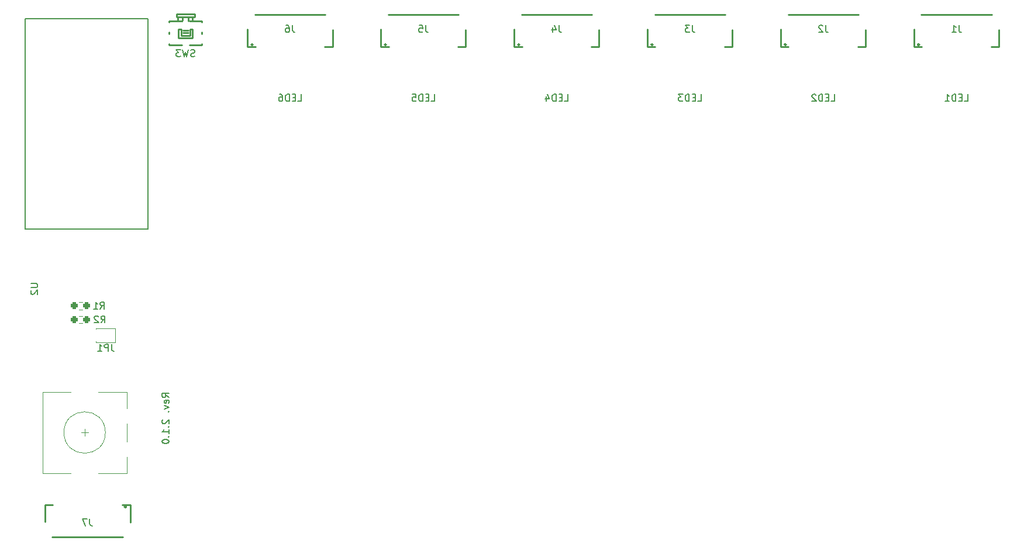
<source format=gbo>
G04 #@! TF.GenerationSoftware,KiCad,Pcbnew,8.0.1-8.0.1-1~ubuntu22.04.1*
G04 #@! TF.CreationDate,2024-05-02T22:11:02-07:00*
G04 #@! TF.ProjectId,Seismos_5CoreR,53656973-6d6f-4735-9f35-436f7265522e,rev?*
G04 #@! TF.SameCoordinates,Original*
G04 #@! TF.FileFunction,Legend,Bot*
G04 #@! TF.FilePolarity,Positive*
%FSLAX46Y46*%
G04 Gerber Fmt 4.6, Leading zero omitted, Abs format (unit mm)*
G04 Created by KiCad (PCBNEW 8.0.1-8.0.1-1~ubuntu22.04.1) date 2024-05-02 22:11:02*
%MOMM*%
%LPD*%
G01*
G04 APERTURE LIST*
G04 Aperture macros list*
%AMRoundRect*
0 Rectangle with rounded corners*
0 $1 Rounding radius*
0 $2 $3 $4 $5 $6 $7 $8 $9 X,Y pos of 4 corners*
0 Add a 4 corners polygon primitive as box body*
4,1,4,$2,$3,$4,$5,$6,$7,$8,$9,$2,$3,0*
0 Add four circle primitives for the rounded corners*
1,1,$1+$1,$2,$3*
1,1,$1+$1,$4,$5*
1,1,$1+$1,$6,$7*
1,1,$1+$1,$8,$9*
0 Add four rect primitives between the rounded corners*
20,1,$1+$1,$2,$3,$4,$5,0*
20,1,$1+$1,$4,$5,$6,$7,0*
20,1,$1+$1,$6,$7,$8,$9,0*
20,1,$1+$1,$8,$9,$2,$3,0*%
%AMFreePoly0*
4,1,6,1.000000,0.000000,0.500000,-0.750000,-0.500000,-0.750000,-0.500000,0.750000,0.500000,0.750000,1.000000,0.000000,1.000000,0.000000,$1*%
%AMFreePoly1*
4,1,6,0.500000,-0.750000,-0.650000,-0.750000,-0.150000,0.000000,-0.650000,0.750000,0.500000,0.750000,0.500000,-0.750000,0.500000,-0.750000,$1*%
G04 Aperture macros list end*
%ADD10C,0.150000*%
%ADD11C,0.120000*%
%ADD12C,0.254000*%
%ADD13C,0.250000*%
%ADD14C,3.200000*%
%ADD15C,2.000000*%
%ADD16R,3.200000X2.000000*%
%ADD17C,1.200000*%
%ADD18O,2.500000X1.700000*%
%ADD19R,1.700000X1.700000*%
%ADD20O,1.700000X1.700000*%
%ADD21C,0.900000*%
%ADD22C,1.400000*%
%ADD23C,1.600000*%
%ADD24R,1.600000X1.600000*%
%ADD25R,0.600000X1.700000*%
%ADD26R,1.200000X1.800000*%
%ADD27RoundRect,0.237500X0.250000X0.237500X-0.250000X0.237500X-0.250000X-0.237500X0.250000X-0.237500X0*%
%ADD28FreePoly0,0.000000*%
%ADD29FreePoly1,0.000000*%
%ADD30R,1.550000X1.000000*%
G04 APERTURE END LIST*
D10*
X53319819Y-75876190D02*
X52843628Y-75542857D01*
X53319819Y-75304762D02*
X52319819Y-75304762D01*
X52319819Y-75304762D02*
X52319819Y-75685714D01*
X52319819Y-75685714D02*
X52367438Y-75780952D01*
X52367438Y-75780952D02*
X52415057Y-75828571D01*
X52415057Y-75828571D02*
X52510295Y-75876190D01*
X52510295Y-75876190D02*
X52653152Y-75876190D01*
X52653152Y-75876190D02*
X52748390Y-75828571D01*
X52748390Y-75828571D02*
X52796009Y-75780952D01*
X52796009Y-75780952D02*
X52843628Y-75685714D01*
X52843628Y-75685714D02*
X52843628Y-75304762D01*
X53272200Y-76685714D02*
X53319819Y-76590476D01*
X53319819Y-76590476D02*
X53319819Y-76400000D01*
X53319819Y-76400000D02*
X53272200Y-76304762D01*
X53272200Y-76304762D02*
X53176961Y-76257143D01*
X53176961Y-76257143D02*
X52796009Y-76257143D01*
X52796009Y-76257143D02*
X52700771Y-76304762D01*
X52700771Y-76304762D02*
X52653152Y-76400000D01*
X52653152Y-76400000D02*
X52653152Y-76590476D01*
X52653152Y-76590476D02*
X52700771Y-76685714D01*
X52700771Y-76685714D02*
X52796009Y-76733333D01*
X52796009Y-76733333D02*
X52891247Y-76733333D01*
X52891247Y-76733333D02*
X52986485Y-76257143D01*
X52653152Y-77066667D02*
X53319819Y-77304762D01*
X53319819Y-77304762D02*
X52653152Y-77542857D01*
X53224580Y-77923810D02*
X53272200Y-77971429D01*
X53272200Y-77971429D02*
X53319819Y-77923810D01*
X53319819Y-77923810D02*
X53272200Y-77876191D01*
X53272200Y-77876191D02*
X53224580Y-77923810D01*
X53224580Y-77923810D02*
X53319819Y-77923810D01*
X52415057Y-79114286D02*
X52367438Y-79161905D01*
X52367438Y-79161905D02*
X52319819Y-79257143D01*
X52319819Y-79257143D02*
X52319819Y-79495238D01*
X52319819Y-79495238D02*
X52367438Y-79590476D01*
X52367438Y-79590476D02*
X52415057Y-79638095D01*
X52415057Y-79638095D02*
X52510295Y-79685714D01*
X52510295Y-79685714D02*
X52605533Y-79685714D01*
X52605533Y-79685714D02*
X52748390Y-79638095D01*
X52748390Y-79638095D02*
X53319819Y-79066667D01*
X53319819Y-79066667D02*
X53319819Y-79685714D01*
X53224580Y-80114286D02*
X53272200Y-80161905D01*
X53272200Y-80161905D02*
X53319819Y-80114286D01*
X53319819Y-80114286D02*
X53272200Y-80066667D01*
X53272200Y-80066667D02*
X53224580Y-80114286D01*
X53224580Y-80114286D02*
X53319819Y-80114286D01*
X53319819Y-81114285D02*
X53319819Y-80542857D01*
X53319819Y-80828571D02*
X52319819Y-80828571D01*
X52319819Y-80828571D02*
X52462676Y-80733333D01*
X52462676Y-80733333D02*
X52557914Y-80638095D01*
X52557914Y-80638095D02*
X52605533Y-80542857D01*
X53224580Y-81542857D02*
X53272200Y-81590476D01*
X53272200Y-81590476D02*
X53319819Y-81542857D01*
X53319819Y-81542857D02*
X53272200Y-81495238D01*
X53272200Y-81495238D02*
X53224580Y-81542857D01*
X53224580Y-81542857D02*
X53319819Y-81542857D01*
X52319819Y-82209523D02*
X52319819Y-82304761D01*
X52319819Y-82304761D02*
X52367438Y-82399999D01*
X52367438Y-82399999D02*
X52415057Y-82447618D01*
X52415057Y-82447618D02*
X52510295Y-82495237D01*
X52510295Y-82495237D02*
X52700771Y-82542856D01*
X52700771Y-82542856D02*
X52938866Y-82542856D01*
X52938866Y-82542856D02*
X53129342Y-82495237D01*
X53129342Y-82495237D02*
X53224580Y-82447618D01*
X53224580Y-82447618D02*
X53272200Y-82399999D01*
X53272200Y-82399999D02*
X53319819Y-82304761D01*
X53319819Y-82304761D02*
X53319819Y-82209523D01*
X53319819Y-82209523D02*
X53272200Y-82114285D01*
X53272200Y-82114285D02*
X53224580Y-82066666D01*
X53224580Y-82066666D02*
X53129342Y-82019047D01*
X53129342Y-82019047D02*
X52938866Y-81971428D01*
X52938866Y-81971428D02*
X52700771Y-81971428D01*
X52700771Y-81971428D02*
X52510295Y-82019047D01*
X52510295Y-82019047D02*
X52415057Y-82066666D01*
X52415057Y-82066666D02*
X52367438Y-82114285D01*
X52367438Y-82114285D02*
X52319819Y-82209523D01*
X71969047Y-32954819D02*
X72445237Y-32954819D01*
X72445237Y-32954819D02*
X72445237Y-31954819D01*
X71635713Y-32431009D02*
X71302380Y-32431009D01*
X71159523Y-32954819D02*
X71635713Y-32954819D01*
X71635713Y-32954819D02*
X71635713Y-31954819D01*
X71635713Y-31954819D02*
X71159523Y-31954819D01*
X70730951Y-32954819D02*
X70730951Y-31954819D01*
X70730951Y-31954819D02*
X70492856Y-31954819D01*
X70492856Y-31954819D02*
X70349999Y-32002438D01*
X70349999Y-32002438D02*
X70254761Y-32097676D01*
X70254761Y-32097676D02*
X70207142Y-32192914D01*
X70207142Y-32192914D02*
X70159523Y-32383390D01*
X70159523Y-32383390D02*
X70159523Y-32526247D01*
X70159523Y-32526247D02*
X70207142Y-32716723D01*
X70207142Y-32716723D02*
X70254761Y-32811961D01*
X70254761Y-32811961D02*
X70349999Y-32907200D01*
X70349999Y-32907200D02*
X70492856Y-32954819D01*
X70492856Y-32954819D02*
X70730951Y-32954819D01*
X69302380Y-31954819D02*
X69492856Y-31954819D01*
X69492856Y-31954819D02*
X69588094Y-32002438D01*
X69588094Y-32002438D02*
X69635713Y-32050057D01*
X69635713Y-32050057D02*
X69730951Y-32192914D01*
X69730951Y-32192914D02*
X69778570Y-32383390D01*
X69778570Y-32383390D02*
X69778570Y-32764342D01*
X69778570Y-32764342D02*
X69730951Y-32859580D01*
X69730951Y-32859580D02*
X69683332Y-32907200D01*
X69683332Y-32907200D02*
X69588094Y-32954819D01*
X69588094Y-32954819D02*
X69397618Y-32954819D01*
X69397618Y-32954819D02*
X69302380Y-32907200D01*
X69302380Y-32907200D02*
X69254761Y-32859580D01*
X69254761Y-32859580D02*
X69207142Y-32764342D01*
X69207142Y-32764342D02*
X69207142Y-32526247D01*
X69207142Y-32526247D02*
X69254761Y-32431009D01*
X69254761Y-32431009D02*
X69302380Y-32383390D01*
X69302380Y-32383390D02*
X69397618Y-32335771D01*
X69397618Y-32335771D02*
X69588094Y-32335771D01*
X69588094Y-32335771D02*
X69683332Y-32383390D01*
X69683332Y-32383390D02*
X69730951Y-32431009D01*
X69730951Y-32431009D02*
X69778570Y-32526247D01*
X168469047Y-32954819D02*
X168945237Y-32954819D01*
X168945237Y-32954819D02*
X168945237Y-31954819D01*
X168135713Y-32431009D02*
X167802380Y-32431009D01*
X167659523Y-32954819D02*
X168135713Y-32954819D01*
X168135713Y-32954819D02*
X168135713Y-31954819D01*
X168135713Y-31954819D02*
X167659523Y-31954819D01*
X167230951Y-32954819D02*
X167230951Y-31954819D01*
X167230951Y-31954819D02*
X166992856Y-31954819D01*
X166992856Y-31954819D02*
X166849999Y-32002438D01*
X166849999Y-32002438D02*
X166754761Y-32097676D01*
X166754761Y-32097676D02*
X166707142Y-32192914D01*
X166707142Y-32192914D02*
X166659523Y-32383390D01*
X166659523Y-32383390D02*
X166659523Y-32526247D01*
X166659523Y-32526247D02*
X166707142Y-32716723D01*
X166707142Y-32716723D02*
X166754761Y-32811961D01*
X166754761Y-32811961D02*
X166849999Y-32907200D01*
X166849999Y-32907200D02*
X166992856Y-32954819D01*
X166992856Y-32954819D02*
X167230951Y-32954819D01*
X165707142Y-32954819D02*
X166278570Y-32954819D01*
X165992856Y-32954819D02*
X165992856Y-31954819D01*
X165992856Y-31954819D02*
X166088094Y-32097676D01*
X166088094Y-32097676D02*
X166183332Y-32192914D01*
X166183332Y-32192914D02*
X166278570Y-32240533D01*
X129869047Y-32954819D02*
X130345237Y-32954819D01*
X130345237Y-32954819D02*
X130345237Y-31954819D01*
X129535713Y-32431009D02*
X129202380Y-32431009D01*
X129059523Y-32954819D02*
X129535713Y-32954819D01*
X129535713Y-32954819D02*
X129535713Y-31954819D01*
X129535713Y-31954819D02*
X129059523Y-31954819D01*
X128630951Y-32954819D02*
X128630951Y-31954819D01*
X128630951Y-31954819D02*
X128392856Y-31954819D01*
X128392856Y-31954819D02*
X128249999Y-32002438D01*
X128249999Y-32002438D02*
X128154761Y-32097676D01*
X128154761Y-32097676D02*
X128107142Y-32192914D01*
X128107142Y-32192914D02*
X128059523Y-32383390D01*
X128059523Y-32383390D02*
X128059523Y-32526247D01*
X128059523Y-32526247D02*
X128107142Y-32716723D01*
X128107142Y-32716723D02*
X128154761Y-32811961D01*
X128154761Y-32811961D02*
X128249999Y-32907200D01*
X128249999Y-32907200D02*
X128392856Y-32954819D01*
X128392856Y-32954819D02*
X128630951Y-32954819D01*
X127726189Y-31954819D02*
X127107142Y-31954819D01*
X127107142Y-31954819D02*
X127440475Y-32335771D01*
X127440475Y-32335771D02*
X127297618Y-32335771D01*
X127297618Y-32335771D02*
X127202380Y-32383390D01*
X127202380Y-32383390D02*
X127154761Y-32431009D01*
X127154761Y-32431009D02*
X127107142Y-32526247D01*
X127107142Y-32526247D02*
X127107142Y-32764342D01*
X127107142Y-32764342D02*
X127154761Y-32859580D01*
X127154761Y-32859580D02*
X127202380Y-32907200D01*
X127202380Y-32907200D02*
X127297618Y-32954819D01*
X127297618Y-32954819D02*
X127583332Y-32954819D01*
X127583332Y-32954819D02*
X127678570Y-32907200D01*
X127678570Y-32907200D02*
X127726189Y-32859580D01*
X110569047Y-32954819D02*
X111045237Y-32954819D01*
X111045237Y-32954819D02*
X111045237Y-31954819D01*
X110235713Y-32431009D02*
X109902380Y-32431009D01*
X109759523Y-32954819D02*
X110235713Y-32954819D01*
X110235713Y-32954819D02*
X110235713Y-31954819D01*
X110235713Y-31954819D02*
X109759523Y-31954819D01*
X109330951Y-32954819D02*
X109330951Y-31954819D01*
X109330951Y-31954819D02*
X109092856Y-31954819D01*
X109092856Y-31954819D02*
X108949999Y-32002438D01*
X108949999Y-32002438D02*
X108854761Y-32097676D01*
X108854761Y-32097676D02*
X108807142Y-32192914D01*
X108807142Y-32192914D02*
X108759523Y-32383390D01*
X108759523Y-32383390D02*
X108759523Y-32526247D01*
X108759523Y-32526247D02*
X108807142Y-32716723D01*
X108807142Y-32716723D02*
X108854761Y-32811961D01*
X108854761Y-32811961D02*
X108949999Y-32907200D01*
X108949999Y-32907200D02*
X109092856Y-32954819D01*
X109092856Y-32954819D02*
X109330951Y-32954819D01*
X107902380Y-32288152D02*
X107902380Y-32954819D01*
X108140475Y-31907200D02*
X108378570Y-32621485D01*
X108378570Y-32621485D02*
X107759523Y-32621485D01*
X33307433Y-59363941D02*
X34116956Y-59363941D01*
X34116956Y-59363941D02*
X34212194Y-59411560D01*
X34212194Y-59411560D02*
X34259814Y-59459179D01*
X34259814Y-59459179D02*
X34307433Y-59554417D01*
X34307433Y-59554417D02*
X34307433Y-59744893D01*
X34307433Y-59744893D02*
X34259814Y-59840131D01*
X34259814Y-59840131D02*
X34212194Y-59887750D01*
X34212194Y-59887750D02*
X34116956Y-59935369D01*
X34116956Y-59935369D02*
X33307433Y-59935369D01*
X33402671Y-60363941D02*
X33355052Y-60411560D01*
X33355052Y-60411560D02*
X33307433Y-60506798D01*
X33307433Y-60506798D02*
X33307433Y-60744893D01*
X33307433Y-60744893D02*
X33355052Y-60840131D01*
X33355052Y-60840131D02*
X33402671Y-60887750D01*
X33402671Y-60887750D02*
X33497909Y-60935369D01*
X33497909Y-60935369D02*
X33593147Y-60935369D01*
X33593147Y-60935369D02*
X33736004Y-60887750D01*
X33736004Y-60887750D02*
X34307433Y-60316322D01*
X34307433Y-60316322D02*
X34307433Y-60935369D01*
X149169047Y-32954819D02*
X149645237Y-32954819D01*
X149645237Y-32954819D02*
X149645237Y-31954819D01*
X148835713Y-32431009D02*
X148502380Y-32431009D01*
X148359523Y-32954819D02*
X148835713Y-32954819D01*
X148835713Y-32954819D02*
X148835713Y-31954819D01*
X148835713Y-31954819D02*
X148359523Y-31954819D01*
X147930951Y-32954819D02*
X147930951Y-31954819D01*
X147930951Y-31954819D02*
X147692856Y-31954819D01*
X147692856Y-31954819D02*
X147549999Y-32002438D01*
X147549999Y-32002438D02*
X147454761Y-32097676D01*
X147454761Y-32097676D02*
X147407142Y-32192914D01*
X147407142Y-32192914D02*
X147359523Y-32383390D01*
X147359523Y-32383390D02*
X147359523Y-32526247D01*
X147359523Y-32526247D02*
X147407142Y-32716723D01*
X147407142Y-32716723D02*
X147454761Y-32811961D01*
X147454761Y-32811961D02*
X147549999Y-32907200D01*
X147549999Y-32907200D02*
X147692856Y-32954819D01*
X147692856Y-32954819D02*
X147930951Y-32954819D01*
X146978570Y-32050057D02*
X146930951Y-32002438D01*
X146930951Y-32002438D02*
X146835713Y-31954819D01*
X146835713Y-31954819D02*
X146597618Y-31954819D01*
X146597618Y-31954819D02*
X146502380Y-32002438D01*
X146502380Y-32002438D02*
X146454761Y-32050057D01*
X146454761Y-32050057D02*
X146407142Y-32145295D01*
X146407142Y-32145295D02*
X146407142Y-32240533D01*
X146407142Y-32240533D02*
X146454761Y-32383390D01*
X146454761Y-32383390D02*
X147026189Y-32954819D01*
X147026189Y-32954819D02*
X146407142Y-32954819D01*
X91269047Y-32954819D02*
X91745237Y-32954819D01*
X91745237Y-32954819D02*
X91745237Y-31954819D01*
X90935713Y-32431009D02*
X90602380Y-32431009D01*
X90459523Y-32954819D02*
X90935713Y-32954819D01*
X90935713Y-32954819D02*
X90935713Y-31954819D01*
X90935713Y-31954819D02*
X90459523Y-31954819D01*
X90030951Y-32954819D02*
X90030951Y-31954819D01*
X90030951Y-31954819D02*
X89792856Y-31954819D01*
X89792856Y-31954819D02*
X89649999Y-32002438D01*
X89649999Y-32002438D02*
X89554761Y-32097676D01*
X89554761Y-32097676D02*
X89507142Y-32192914D01*
X89507142Y-32192914D02*
X89459523Y-32383390D01*
X89459523Y-32383390D02*
X89459523Y-32526247D01*
X89459523Y-32526247D02*
X89507142Y-32716723D01*
X89507142Y-32716723D02*
X89554761Y-32811961D01*
X89554761Y-32811961D02*
X89649999Y-32907200D01*
X89649999Y-32907200D02*
X89792856Y-32954819D01*
X89792856Y-32954819D02*
X90030951Y-32954819D01*
X88554761Y-31954819D02*
X89030951Y-31954819D01*
X89030951Y-31954819D02*
X89078570Y-32431009D01*
X89078570Y-32431009D02*
X89030951Y-32383390D01*
X89030951Y-32383390D02*
X88935713Y-32335771D01*
X88935713Y-32335771D02*
X88697618Y-32335771D01*
X88697618Y-32335771D02*
X88602380Y-32383390D01*
X88602380Y-32383390D02*
X88554761Y-32431009D01*
X88554761Y-32431009D02*
X88507142Y-32526247D01*
X88507142Y-32526247D02*
X88507142Y-32764342D01*
X88507142Y-32764342D02*
X88554761Y-32859580D01*
X88554761Y-32859580D02*
X88602380Y-32907200D01*
X88602380Y-32907200D02*
X88697618Y-32954819D01*
X88697618Y-32954819D02*
X88935713Y-32954819D01*
X88935713Y-32954819D02*
X89030951Y-32907200D01*
X89030951Y-32907200D02*
X89078570Y-32859580D01*
X71183333Y-21954819D02*
X71183333Y-22669104D01*
X71183333Y-22669104D02*
X71230952Y-22811961D01*
X71230952Y-22811961D02*
X71326190Y-22907200D01*
X71326190Y-22907200D02*
X71469047Y-22954819D01*
X71469047Y-22954819D02*
X71564285Y-22954819D01*
X70278571Y-21954819D02*
X70469047Y-21954819D01*
X70469047Y-21954819D02*
X70564285Y-22002438D01*
X70564285Y-22002438D02*
X70611904Y-22050057D01*
X70611904Y-22050057D02*
X70707142Y-22192914D01*
X70707142Y-22192914D02*
X70754761Y-22383390D01*
X70754761Y-22383390D02*
X70754761Y-22764342D01*
X70754761Y-22764342D02*
X70707142Y-22859580D01*
X70707142Y-22859580D02*
X70659523Y-22907200D01*
X70659523Y-22907200D02*
X70564285Y-22954819D01*
X70564285Y-22954819D02*
X70373809Y-22954819D01*
X70373809Y-22954819D02*
X70278571Y-22907200D01*
X70278571Y-22907200D02*
X70230952Y-22859580D01*
X70230952Y-22859580D02*
X70183333Y-22764342D01*
X70183333Y-22764342D02*
X70183333Y-22526247D01*
X70183333Y-22526247D02*
X70230952Y-22431009D01*
X70230952Y-22431009D02*
X70278571Y-22383390D01*
X70278571Y-22383390D02*
X70373809Y-22335771D01*
X70373809Y-22335771D02*
X70564285Y-22335771D01*
X70564285Y-22335771D02*
X70659523Y-22383390D01*
X70659523Y-22383390D02*
X70707142Y-22431009D01*
X70707142Y-22431009D02*
X70754761Y-22526247D01*
X43466666Y-65054819D02*
X43799999Y-64578628D01*
X44038094Y-65054819D02*
X44038094Y-64054819D01*
X44038094Y-64054819D02*
X43657142Y-64054819D01*
X43657142Y-64054819D02*
X43561904Y-64102438D01*
X43561904Y-64102438D02*
X43514285Y-64150057D01*
X43514285Y-64150057D02*
X43466666Y-64245295D01*
X43466666Y-64245295D02*
X43466666Y-64388152D01*
X43466666Y-64388152D02*
X43514285Y-64483390D01*
X43514285Y-64483390D02*
X43561904Y-64531009D01*
X43561904Y-64531009D02*
X43657142Y-64578628D01*
X43657142Y-64578628D02*
X44038094Y-64578628D01*
X43085713Y-64150057D02*
X43038094Y-64102438D01*
X43038094Y-64102438D02*
X42942856Y-64054819D01*
X42942856Y-64054819D02*
X42704761Y-64054819D01*
X42704761Y-64054819D02*
X42609523Y-64102438D01*
X42609523Y-64102438D02*
X42561904Y-64150057D01*
X42561904Y-64150057D02*
X42514285Y-64245295D01*
X42514285Y-64245295D02*
X42514285Y-64340533D01*
X42514285Y-64340533D02*
X42561904Y-64483390D01*
X42561904Y-64483390D02*
X43133332Y-65054819D01*
X43133332Y-65054819D02*
X42514285Y-65054819D01*
X45008333Y-68154819D02*
X45008333Y-68869104D01*
X45008333Y-68869104D02*
X45055952Y-69011961D01*
X45055952Y-69011961D02*
X45151190Y-69107200D01*
X45151190Y-69107200D02*
X45294047Y-69154819D01*
X45294047Y-69154819D02*
X45389285Y-69154819D01*
X44532142Y-69154819D02*
X44532142Y-68154819D01*
X44532142Y-68154819D02*
X44151190Y-68154819D01*
X44151190Y-68154819D02*
X44055952Y-68202438D01*
X44055952Y-68202438D02*
X44008333Y-68250057D01*
X44008333Y-68250057D02*
X43960714Y-68345295D01*
X43960714Y-68345295D02*
X43960714Y-68488152D01*
X43960714Y-68488152D02*
X44008333Y-68583390D01*
X44008333Y-68583390D02*
X44055952Y-68631009D01*
X44055952Y-68631009D02*
X44151190Y-68678628D01*
X44151190Y-68678628D02*
X44532142Y-68678628D01*
X43008333Y-69154819D02*
X43579761Y-69154819D01*
X43294047Y-69154819D02*
X43294047Y-68154819D01*
X43294047Y-68154819D02*
X43389285Y-68297676D01*
X43389285Y-68297676D02*
X43484523Y-68392914D01*
X43484523Y-68392914D02*
X43579761Y-68440533D01*
X90483333Y-21954819D02*
X90483333Y-22669104D01*
X90483333Y-22669104D02*
X90530952Y-22811961D01*
X90530952Y-22811961D02*
X90626190Y-22907200D01*
X90626190Y-22907200D02*
X90769047Y-22954819D01*
X90769047Y-22954819D02*
X90864285Y-22954819D01*
X89530952Y-21954819D02*
X90007142Y-21954819D01*
X90007142Y-21954819D02*
X90054761Y-22431009D01*
X90054761Y-22431009D02*
X90007142Y-22383390D01*
X90007142Y-22383390D02*
X89911904Y-22335771D01*
X89911904Y-22335771D02*
X89673809Y-22335771D01*
X89673809Y-22335771D02*
X89578571Y-22383390D01*
X89578571Y-22383390D02*
X89530952Y-22431009D01*
X89530952Y-22431009D02*
X89483333Y-22526247D01*
X89483333Y-22526247D02*
X89483333Y-22764342D01*
X89483333Y-22764342D02*
X89530952Y-22859580D01*
X89530952Y-22859580D02*
X89578571Y-22907200D01*
X89578571Y-22907200D02*
X89673809Y-22954819D01*
X89673809Y-22954819D02*
X89911904Y-22954819D01*
X89911904Y-22954819D02*
X90007142Y-22907200D01*
X90007142Y-22907200D02*
X90054761Y-22859580D01*
X43366666Y-63054819D02*
X43699999Y-62578628D01*
X43938094Y-63054819D02*
X43938094Y-62054819D01*
X43938094Y-62054819D02*
X43557142Y-62054819D01*
X43557142Y-62054819D02*
X43461904Y-62102438D01*
X43461904Y-62102438D02*
X43414285Y-62150057D01*
X43414285Y-62150057D02*
X43366666Y-62245295D01*
X43366666Y-62245295D02*
X43366666Y-62388152D01*
X43366666Y-62388152D02*
X43414285Y-62483390D01*
X43414285Y-62483390D02*
X43461904Y-62531009D01*
X43461904Y-62531009D02*
X43557142Y-62578628D01*
X43557142Y-62578628D02*
X43938094Y-62578628D01*
X42414285Y-63054819D02*
X42985713Y-63054819D01*
X42699999Y-63054819D02*
X42699999Y-62054819D01*
X42699999Y-62054819D02*
X42795237Y-62197676D01*
X42795237Y-62197676D02*
X42890475Y-62292914D01*
X42890475Y-62292914D02*
X42985713Y-62340533D01*
X57045832Y-26456700D02*
X56902975Y-26504319D01*
X56902975Y-26504319D02*
X56664880Y-26504319D01*
X56664880Y-26504319D02*
X56569642Y-26456700D01*
X56569642Y-26456700D02*
X56522023Y-26409080D01*
X56522023Y-26409080D02*
X56474404Y-26313842D01*
X56474404Y-26313842D02*
X56474404Y-26218604D01*
X56474404Y-26218604D02*
X56522023Y-26123366D01*
X56522023Y-26123366D02*
X56569642Y-26075747D01*
X56569642Y-26075747D02*
X56664880Y-26028128D01*
X56664880Y-26028128D02*
X56855356Y-25980509D01*
X56855356Y-25980509D02*
X56950594Y-25932890D01*
X56950594Y-25932890D02*
X56998213Y-25885271D01*
X56998213Y-25885271D02*
X57045832Y-25790033D01*
X57045832Y-25790033D02*
X57045832Y-25694795D01*
X57045832Y-25694795D02*
X56998213Y-25599557D01*
X56998213Y-25599557D02*
X56950594Y-25551938D01*
X56950594Y-25551938D02*
X56855356Y-25504319D01*
X56855356Y-25504319D02*
X56617261Y-25504319D01*
X56617261Y-25504319D02*
X56474404Y-25551938D01*
X56141070Y-25504319D02*
X55902975Y-26504319D01*
X55902975Y-26504319D02*
X55712499Y-25790033D01*
X55712499Y-25790033D02*
X55522023Y-26504319D01*
X55522023Y-26504319D02*
X55283928Y-25504319D01*
X54998213Y-25504319D02*
X54379166Y-25504319D01*
X54379166Y-25504319D02*
X54712499Y-25885271D01*
X54712499Y-25885271D02*
X54569642Y-25885271D01*
X54569642Y-25885271D02*
X54474404Y-25932890D01*
X54474404Y-25932890D02*
X54426785Y-25980509D01*
X54426785Y-25980509D02*
X54379166Y-26075747D01*
X54379166Y-26075747D02*
X54379166Y-26313842D01*
X54379166Y-26313842D02*
X54426785Y-26409080D01*
X54426785Y-26409080D02*
X54474404Y-26456700D01*
X54474404Y-26456700D02*
X54569642Y-26504319D01*
X54569642Y-26504319D02*
X54855356Y-26504319D01*
X54855356Y-26504319D02*
X54950594Y-26456700D01*
X54950594Y-26456700D02*
X54998213Y-26409080D01*
X41833333Y-93454819D02*
X41833333Y-94169104D01*
X41833333Y-94169104D02*
X41880952Y-94311961D01*
X41880952Y-94311961D02*
X41976190Y-94407200D01*
X41976190Y-94407200D02*
X42119047Y-94454819D01*
X42119047Y-94454819D02*
X42214285Y-94454819D01*
X41452380Y-93454819D02*
X40785714Y-93454819D01*
X40785714Y-93454819D02*
X41214285Y-94454819D01*
X167683333Y-21954819D02*
X167683333Y-22669104D01*
X167683333Y-22669104D02*
X167730952Y-22811961D01*
X167730952Y-22811961D02*
X167826190Y-22907200D01*
X167826190Y-22907200D02*
X167969047Y-22954819D01*
X167969047Y-22954819D02*
X168064285Y-22954819D01*
X166683333Y-22954819D02*
X167254761Y-22954819D01*
X166969047Y-22954819D02*
X166969047Y-21954819D01*
X166969047Y-21954819D02*
X167064285Y-22097676D01*
X167064285Y-22097676D02*
X167159523Y-22192914D01*
X167159523Y-22192914D02*
X167254761Y-22240533D01*
X129083333Y-21954819D02*
X129083333Y-22669104D01*
X129083333Y-22669104D02*
X129130952Y-22811961D01*
X129130952Y-22811961D02*
X129226190Y-22907200D01*
X129226190Y-22907200D02*
X129369047Y-22954819D01*
X129369047Y-22954819D02*
X129464285Y-22954819D01*
X128702380Y-21954819D02*
X128083333Y-21954819D01*
X128083333Y-21954819D02*
X128416666Y-22335771D01*
X128416666Y-22335771D02*
X128273809Y-22335771D01*
X128273809Y-22335771D02*
X128178571Y-22383390D01*
X128178571Y-22383390D02*
X128130952Y-22431009D01*
X128130952Y-22431009D02*
X128083333Y-22526247D01*
X128083333Y-22526247D02*
X128083333Y-22764342D01*
X128083333Y-22764342D02*
X128130952Y-22859580D01*
X128130952Y-22859580D02*
X128178571Y-22907200D01*
X128178571Y-22907200D02*
X128273809Y-22954819D01*
X128273809Y-22954819D02*
X128559523Y-22954819D01*
X128559523Y-22954819D02*
X128654761Y-22907200D01*
X128654761Y-22907200D02*
X128702380Y-22859580D01*
X109783333Y-21954819D02*
X109783333Y-22669104D01*
X109783333Y-22669104D02*
X109830952Y-22811961D01*
X109830952Y-22811961D02*
X109926190Y-22907200D01*
X109926190Y-22907200D02*
X110069047Y-22954819D01*
X110069047Y-22954819D02*
X110164285Y-22954819D01*
X108878571Y-22288152D02*
X108878571Y-22954819D01*
X109116666Y-21907200D02*
X109354761Y-22621485D01*
X109354761Y-22621485D02*
X108735714Y-22621485D01*
X148383333Y-21954819D02*
X148383333Y-22669104D01*
X148383333Y-22669104D02*
X148430952Y-22811961D01*
X148430952Y-22811961D02*
X148526190Y-22907200D01*
X148526190Y-22907200D02*
X148669047Y-22954819D01*
X148669047Y-22954819D02*
X148764285Y-22954819D01*
X147954761Y-22050057D02*
X147907142Y-22002438D01*
X147907142Y-22002438D02*
X147811904Y-21954819D01*
X147811904Y-21954819D02*
X147573809Y-21954819D01*
X147573809Y-21954819D02*
X147478571Y-22002438D01*
X147478571Y-22002438D02*
X147430952Y-22050057D01*
X147430952Y-22050057D02*
X147383333Y-22145295D01*
X147383333Y-22145295D02*
X147383333Y-22240533D01*
X147383333Y-22240533D02*
X147430952Y-22383390D01*
X147430952Y-22383390D02*
X148002380Y-22954819D01*
X148002380Y-22954819D02*
X147383333Y-22954819D01*
D11*
X35010000Y-75060000D02*
X35010000Y-86860000D01*
X39110000Y-75060000D02*
X35010000Y-75060000D01*
X39110000Y-86860000D02*
X35010000Y-86860000D01*
X40610000Y-80960000D02*
X41610000Y-80960000D01*
X41110000Y-80460000D02*
X41110000Y-81460000D01*
X43110000Y-75060000D02*
X47210000Y-75060000D01*
X47210000Y-75060000D02*
X47210000Y-77460000D01*
X47210000Y-79660000D02*
X47210000Y-82260000D01*
X47210000Y-84460000D02*
X47210000Y-86860000D01*
X47210000Y-86860000D02*
X43110000Y-86860000D01*
X44110000Y-80960000D02*
G75*
G02*
X38110000Y-80960000I-3000000J0D01*
G01*
X38110000Y-80960000D02*
G75*
G02*
X44110000Y-80960000I3000000J0D01*
G01*
D10*
X32460000Y-21016000D02*
X32460000Y-51496000D01*
X32460000Y-21016000D02*
X50240000Y-21016000D01*
X50240000Y-21016000D02*
X50240000Y-51496000D01*
X50240000Y-51496000D02*
X32460000Y-51496000D01*
D12*
X64650000Y-22538000D02*
X64650000Y-25078000D01*
X64650000Y-25078000D02*
X65819000Y-25078000D01*
X75881000Y-25078000D02*
X76990000Y-25078000D01*
X75958000Y-20400000D02*
X65742000Y-20400000D01*
X76990000Y-25078000D02*
X76990000Y-22641000D01*
X65475000Y-24760000D02*
G75*
G02*
X65225000Y-24760000I-125000J0D01*
G01*
X65225000Y-24760000D02*
G75*
G02*
X65475000Y-24760000I125000J0D01*
G01*
D11*
X40754724Y-64077500D02*
X40245276Y-64077500D01*
X40754724Y-65122500D02*
X40245276Y-65122500D01*
X42775000Y-65900000D02*
X42775000Y-67900000D01*
X42775000Y-67900000D02*
X45575000Y-67900000D01*
X45575000Y-65900000D02*
X42775000Y-65900000D01*
X45575000Y-67900000D02*
X45575000Y-65900000D01*
D12*
X83950000Y-22538000D02*
X83950000Y-25078000D01*
X83950000Y-25078000D02*
X85119000Y-25078000D01*
X95181000Y-25078000D02*
X96290000Y-25078000D01*
X95258000Y-20400000D02*
X85042000Y-20400000D01*
X96290000Y-25078000D02*
X96290000Y-22641000D01*
X84775000Y-24760000D02*
G75*
G02*
X84525000Y-24760000I-125000J0D01*
G01*
X84525000Y-24760000D02*
G75*
G02*
X84775000Y-24760000I125000J0D01*
G01*
D11*
X40754724Y-62077500D02*
X40245276Y-62077500D01*
X40754724Y-63122500D02*
X40245276Y-63122500D01*
D12*
X53362500Y-21468500D02*
X53362500Y-21299500D01*
X53362500Y-23168500D02*
X53362500Y-22930500D01*
X53362500Y-24799500D02*
X53362500Y-24630500D01*
X54412500Y-20299500D02*
X54412500Y-20763500D01*
X54412500Y-20299500D02*
X57012500Y-20299500D01*
X54412500Y-20763500D02*
X57012500Y-20763500D01*
X54621500Y-20763500D02*
X54621500Y-21299500D01*
X54696500Y-22541500D02*
X54696500Y-23811500D01*
X54696500Y-22541500D02*
X55077500Y-22541500D01*
X54696500Y-23811500D02*
X56728500Y-23811500D01*
X55077500Y-22541500D02*
X55077500Y-23430500D01*
X55077500Y-23430500D02*
X56347500Y-23430500D01*
X55173500Y-21299500D02*
X53362500Y-21299500D01*
X55173500Y-24799500D02*
X53426500Y-24799500D01*
X55283500Y-20763500D02*
X55283500Y-21299500D01*
X55331500Y-22668500D02*
X56093500Y-22668500D01*
X55331500Y-23049500D02*
X56093500Y-23049500D01*
X56138500Y-20763500D02*
X56138500Y-21299500D01*
X56347500Y-22541500D02*
X56728500Y-22541500D01*
X56347500Y-23430500D02*
X56347500Y-22541500D01*
X56706500Y-20763500D02*
X56706500Y-21299500D01*
X56728500Y-23811500D02*
X56728500Y-22541500D01*
X57012500Y-20299500D02*
X57012500Y-20763500D01*
X58062500Y-21299500D02*
X56251500Y-21299500D01*
X58062500Y-21299500D02*
X58062500Y-21468500D01*
X58062500Y-22930500D02*
X58062500Y-23168500D01*
X58062500Y-24630500D02*
X58062500Y-24799500D01*
X58062500Y-24799500D02*
X56251500Y-24799500D01*
X35360000Y-91422000D02*
X35360000Y-93859000D01*
X36392000Y-96100000D02*
X46608000Y-96100000D01*
X36469000Y-91422000D02*
X35360000Y-91422000D01*
X47700000Y-91422000D02*
X46531000Y-91422000D01*
X47700000Y-93962000D02*
X47700000Y-91422000D01*
X47125000Y-91740000D02*
G75*
G02*
X46875000Y-91740000I-125000J0D01*
G01*
X46875000Y-91740000D02*
G75*
G02*
X47125000Y-91740000I125000J0D01*
G01*
X161150000Y-22538000D02*
X161150000Y-25078000D01*
X161150000Y-25078000D02*
X162319000Y-25078000D01*
X172381000Y-25078000D02*
X173490000Y-25078000D01*
X172458000Y-20400000D02*
X162242000Y-20400000D01*
X173490000Y-25078000D02*
X173490000Y-22641000D01*
X161975000Y-24760000D02*
G75*
G02*
X161725000Y-24760000I-125000J0D01*
G01*
X161725000Y-24760000D02*
G75*
G02*
X161975000Y-24760000I125000J0D01*
G01*
X122550000Y-22538000D02*
X122550000Y-25078000D01*
X122550000Y-25078000D02*
X123719000Y-25078000D01*
X133781000Y-25078000D02*
X134890000Y-25078000D01*
X133858000Y-20400000D02*
X123642000Y-20400000D01*
X134890000Y-25078000D02*
X134890000Y-22641000D01*
X123375000Y-24760000D02*
G75*
G02*
X123125000Y-24760000I-125000J0D01*
G01*
X123125000Y-24760000D02*
G75*
G02*
X123375000Y-24760000I125000J0D01*
G01*
X103250000Y-22538000D02*
X103250000Y-25078000D01*
X103250000Y-25078000D02*
X104419000Y-25078000D01*
X114481000Y-25078000D02*
X115590000Y-25078000D01*
X114558000Y-20400000D02*
X104342000Y-20400000D01*
X115590000Y-25078000D02*
X115590000Y-22641000D01*
X104075000Y-24760000D02*
G75*
G02*
X103825000Y-24760000I-125000J0D01*
G01*
X103825000Y-24760000D02*
G75*
G02*
X104075000Y-24760000I125000J0D01*
G01*
X141850000Y-22538000D02*
X141850000Y-25078000D01*
X141850000Y-25078000D02*
X143019000Y-25078000D01*
X153081000Y-25078000D02*
X154190000Y-25078000D01*
X153158000Y-20400000D02*
X142942000Y-20400000D01*
X154190000Y-25078000D02*
X154190000Y-22641000D01*
X142675000Y-24760000D02*
G75*
G02*
X142425000Y-24760000I-125000J0D01*
G01*
X142425000Y-24760000D02*
G75*
G02*
X142675000Y-24760000I125000J0D01*
G01*
%LPC*%
D13*
X40713000Y-22286000D02*
G75*
G02*
X40463000Y-22286000I-125000J0D01*
G01*
X40463000Y-22286000D02*
G75*
G02*
X40713000Y-22286000I125000J0D01*
G01*
X40713000Y-24826000D02*
G75*
G02*
X40463000Y-24826000I-125000J0D01*
G01*
X40463000Y-24826000D02*
G75*
G02*
X40713000Y-24826000I125000J0D01*
G01*
X40713000Y-27366000D02*
G75*
G02*
X40463000Y-27366000I-125000J0D01*
G01*
X40463000Y-27366000D02*
G75*
G02*
X40713000Y-27366000I125000J0D01*
G01*
X40713000Y-29906000D02*
G75*
G02*
X40463000Y-29906000I-125000J0D01*
G01*
X40463000Y-29906000D02*
G75*
G02*
X40713000Y-29906000I125000J0D01*
G01*
X40713000Y-32446000D02*
G75*
G02*
X40463000Y-32446000I-125000J0D01*
G01*
X40463000Y-32446000D02*
G75*
G02*
X40713000Y-32446000I125000J0D01*
G01*
X40713000Y-34986000D02*
G75*
G02*
X40463000Y-34986000I-125000J0D01*
G01*
X40463000Y-34986000D02*
G75*
G02*
X40713000Y-34986000I125000J0D01*
G01*
X40713000Y-37526000D02*
G75*
G02*
X40463000Y-37526000I-125000J0D01*
G01*
X40463000Y-37526000D02*
G75*
G02*
X40713000Y-37526000I125000J0D01*
G01*
X40713000Y-40066000D02*
G75*
G02*
X40463000Y-40066000I-125000J0D01*
G01*
X40463000Y-40066000D02*
G75*
G02*
X40713000Y-40066000I125000J0D01*
G01*
X40713000Y-42606000D02*
G75*
G02*
X40463000Y-42606000I-125000J0D01*
G01*
X40463000Y-42606000D02*
G75*
G02*
X40713000Y-42606000I125000J0D01*
G01*
X40713000Y-45146000D02*
G75*
G02*
X40463000Y-45146000I-125000J0D01*
G01*
X40463000Y-45146000D02*
G75*
G02*
X40713000Y-45146000I125000J0D01*
G01*
X40713000Y-47686000D02*
G75*
G02*
X40463000Y-47686000I-125000J0D01*
G01*
X40463000Y-47686000D02*
G75*
G02*
X40713000Y-47686000I125000J0D01*
G01*
X40713000Y-50226000D02*
G75*
G02*
X40463000Y-50226000I-125000J0D01*
G01*
X40463000Y-50226000D02*
G75*
G02*
X40713000Y-50226000I125000J0D01*
G01*
X42237000Y-22286000D02*
G75*
G02*
X41987000Y-22286000I-125000J0D01*
G01*
X41987000Y-22286000D02*
G75*
G02*
X42237000Y-22286000I125000J0D01*
G01*
X42237000Y-24826000D02*
G75*
G02*
X41987000Y-24826000I-125000J0D01*
G01*
X41987000Y-24826000D02*
G75*
G02*
X42237000Y-24826000I125000J0D01*
G01*
X42237000Y-27366000D02*
G75*
G02*
X41987000Y-27366000I-125000J0D01*
G01*
X41987000Y-27366000D02*
G75*
G02*
X42237000Y-27366000I125000J0D01*
G01*
X42237000Y-29906000D02*
G75*
G02*
X41987000Y-29906000I-125000J0D01*
G01*
X41987000Y-29906000D02*
G75*
G02*
X42237000Y-29906000I125000J0D01*
G01*
X42237000Y-32446000D02*
G75*
G02*
X41987000Y-32446000I-125000J0D01*
G01*
X41987000Y-32446000D02*
G75*
G02*
X42237000Y-32446000I125000J0D01*
G01*
X42237000Y-34986000D02*
G75*
G02*
X41987000Y-34986000I-125000J0D01*
G01*
X41987000Y-34986000D02*
G75*
G02*
X42237000Y-34986000I125000J0D01*
G01*
X42237000Y-37526000D02*
G75*
G02*
X41987000Y-37526000I-125000J0D01*
G01*
X41987000Y-37526000D02*
G75*
G02*
X42237000Y-37526000I125000J0D01*
G01*
X42237000Y-40066000D02*
G75*
G02*
X41987000Y-40066000I-125000J0D01*
G01*
X41987000Y-40066000D02*
G75*
G02*
X42237000Y-40066000I125000J0D01*
G01*
X42237000Y-42606000D02*
G75*
G02*
X41987000Y-42606000I-125000J0D01*
G01*
X41987000Y-42606000D02*
G75*
G02*
X42237000Y-42606000I125000J0D01*
G01*
X42237000Y-45146000D02*
G75*
G02*
X41987000Y-45146000I-125000J0D01*
G01*
X41987000Y-45146000D02*
G75*
G02*
X42237000Y-45146000I125000J0D01*
G01*
X42237000Y-47686000D02*
G75*
G02*
X41987000Y-47686000I-125000J0D01*
G01*
X41987000Y-47686000D02*
G75*
G02*
X42237000Y-47686000I125000J0D01*
G01*
X42237000Y-50226000D02*
G75*
G02*
X41987000Y-50226000I-125000J0D01*
G01*
X41987000Y-50226000D02*
G75*
G02*
X42237000Y-50226000I125000J0D01*
G01*
D14*
X51000000Y-64750000D03*
D15*
X33610000Y-78460000D03*
X33610000Y-83460000D03*
X33610000Y-80960000D03*
D16*
X41110000Y-75360000D03*
X41110000Y-86560000D03*
D15*
X48110000Y-83460000D03*
X48110000Y-78460000D03*
D17*
X33670000Y-70775000D03*
X40670000Y-70775000D03*
X33670000Y-69025000D03*
X40670000Y-69025000D03*
D18*
X42470000Y-66925000D03*
X38470000Y-66925000D03*
X35470000Y-66925000D03*
X43470000Y-71125000D03*
D19*
X36284000Y-53766000D03*
D20*
X38824000Y-53766000D03*
X41364000Y-53766000D03*
X43904000Y-53766000D03*
X46444000Y-53766000D03*
D21*
X32200000Y-58632000D03*
X32200000Y-61632000D03*
D22*
X38949500Y-60632000D03*
X38949500Y-58632000D03*
D14*
X80500000Y-26000000D03*
D23*
X48970000Y-22286000D03*
X33730000Y-22286000D03*
D24*
X33730000Y-22286000D03*
D23*
X48970000Y-24826000D03*
X33730000Y-24826000D03*
X48970000Y-27366000D03*
X33730000Y-27366000D03*
X48970000Y-29906000D03*
X33730000Y-29906000D03*
X48970000Y-32446000D03*
X33730000Y-32446000D03*
X48970000Y-34986000D03*
X33730000Y-34986000D03*
X48970000Y-37526000D03*
X33730000Y-37526000D03*
X48970000Y-40066000D03*
X33730000Y-40066000D03*
X48970000Y-42606000D03*
X33730000Y-42606000D03*
X48970000Y-45146000D03*
X33730000Y-45146000D03*
X48970000Y-47686000D03*
X33730000Y-47686000D03*
X48970000Y-50226000D03*
X33730000Y-50226000D03*
D14*
X157700000Y-26500000D03*
X52500000Y-92500000D03*
X119100000Y-26000000D03*
D25*
X66350000Y-25386000D03*
X67350000Y-25386000D03*
X68350000Y-25385000D03*
X69350000Y-25385000D03*
X70350000Y-25385000D03*
X71350000Y-25385000D03*
X72350000Y-25385000D03*
X73350000Y-25385000D03*
X74350000Y-25385000D03*
X75350000Y-25385000D03*
D26*
X65050000Y-21510000D03*
X76650000Y-21510000D03*
D27*
X41412500Y-64600000D03*
X39587500Y-64600000D03*
D28*
X43450000Y-66900000D03*
D29*
X44900000Y-66900000D03*
D25*
X85650000Y-25386000D03*
X86650000Y-25386000D03*
X87650000Y-25385000D03*
X88650000Y-25385000D03*
X89650000Y-25385000D03*
X90650000Y-25385000D03*
X91650000Y-25385000D03*
X92650000Y-25385000D03*
X93650000Y-25385000D03*
X94650000Y-25385000D03*
D26*
X84350000Y-21510000D03*
X95950000Y-21510000D03*
D27*
X41412500Y-62600000D03*
X39587500Y-62600000D03*
D21*
X55712500Y-24449500D03*
X55712500Y-21649500D03*
D30*
X58312500Y-23899500D03*
X58312500Y-22199500D03*
X53112500Y-23899500D03*
X53112500Y-22199500D03*
D25*
X46000000Y-91114000D03*
X45000000Y-91114000D03*
X44000000Y-91115000D03*
X43000000Y-91115000D03*
X42000000Y-91115000D03*
X41000000Y-91115000D03*
X40000000Y-91115000D03*
X39000000Y-91115000D03*
X38000000Y-91115000D03*
X37000000Y-91115000D03*
D26*
X47300000Y-94990000D03*
X35700000Y-94990000D03*
D25*
X162850000Y-25386000D03*
X163850000Y-25386000D03*
X164850000Y-25385000D03*
X165850000Y-25385000D03*
X166850000Y-25385000D03*
X167850000Y-25385000D03*
X168850000Y-25385000D03*
X169850000Y-25385000D03*
X170850000Y-25385000D03*
X171850000Y-25385000D03*
D26*
X161550000Y-21510000D03*
X173150000Y-21510000D03*
D25*
X124250000Y-25386000D03*
X125250000Y-25386000D03*
X126250000Y-25385000D03*
X127250000Y-25385000D03*
X128250000Y-25385000D03*
X129250000Y-25385000D03*
X130250000Y-25385000D03*
X131250000Y-25385000D03*
X132250000Y-25385000D03*
X133250000Y-25385000D03*
D26*
X122950000Y-21510000D03*
X134550000Y-21510000D03*
D25*
X104950000Y-25386000D03*
X105950000Y-25386000D03*
X106950000Y-25385000D03*
X107950000Y-25385000D03*
X108950000Y-25385000D03*
X109950000Y-25385000D03*
X110950000Y-25385000D03*
X111950000Y-25385000D03*
X112950000Y-25385000D03*
X113950000Y-25385000D03*
D26*
X103650000Y-21510000D03*
X115250000Y-21510000D03*
D25*
X143550000Y-25386000D03*
X144550000Y-25386000D03*
X145550000Y-25385000D03*
X146550000Y-25385000D03*
X147550000Y-25385000D03*
X148550000Y-25385000D03*
X149550000Y-25385000D03*
X150550000Y-25385000D03*
X151550000Y-25385000D03*
X152550000Y-25385000D03*
D26*
X142250000Y-21510000D03*
X153850000Y-21510000D03*
%LPD*%
M02*

</source>
